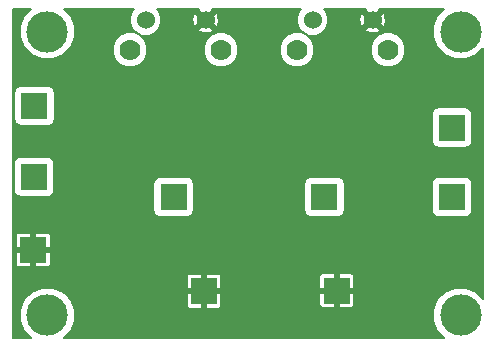
<source format=gbl>
G04 #@! TF.FileFunction,Copper,L2,Bot,Signal*
%FSLAX46Y46*%
G04 Gerber Fmt 4.6, Leading zero omitted, Abs format (unit mm)*
G04 Created by KiCad (PCBNEW 4.0.1-stable) date 8/1/2017 2:14:50 AM*
%MOMM*%
G01*
G04 APERTURE LIST*
%ADD10C,0.100000*%
%ADD11C,3.500000*%
%ADD12C,1.524000*%
%ADD13C,1.778000*%
%ADD14R,2.235200X2.235200*%
%ADD15C,0.508000*%
%ADD16C,0.254000*%
%ADD17C,0.152400*%
G04 APERTURE END LIST*
D10*
D11*
X120000000Y-71000000D03*
X120000000Y-95000000D03*
X155000000Y-71000000D03*
X155000000Y-95000000D03*
D12*
X133400800Y-70000000D03*
X128320800Y-70000000D03*
D13*
X134710800Y-72540000D03*
X127010800Y-72540000D03*
D12*
X147540000Y-70000000D03*
X142460000Y-70000000D03*
D13*
X148850000Y-72540000D03*
X141150000Y-72540000D03*
D14*
X130700000Y-85000000D03*
X143470000Y-85000000D03*
X154280000Y-85000000D03*
X154280000Y-79130000D03*
X118920000Y-77280000D03*
X118890000Y-83290000D03*
X118810000Y-89490000D03*
X133270000Y-92980000D03*
X144510000Y-92930000D03*
D15*
X133290000Y-76980000D03*
X136190000Y-77000000D03*
X148880000Y-77190000D03*
X145700000Y-76980000D03*
D16*
X136180000Y-77010000D02*
X136180000Y-77030000D01*
X136190000Y-77000000D02*
X136180000Y-77010000D01*
D17*
G36*
X118022315Y-69676055D02*
X117666206Y-70533662D01*
X117665395Y-71462264D01*
X118020007Y-72320491D01*
X118676055Y-72977685D01*
X119533662Y-73333794D01*
X120462264Y-73334605D01*
X121320491Y-72979993D01*
X121468990Y-72831752D01*
X125537345Y-72831752D01*
X125761153Y-73373411D01*
X126175209Y-73788190D01*
X126716477Y-74012944D01*
X127302552Y-74013455D01*
X127844211Y-73789647D01*
X128258990Y-73375591D01*
X128483744Y-72834323D01*
X128483746Y-72831752D01*
X133237345Y-72831752D01*
X133461153Y-73373411D01*
X133875209Y-73788190D01*
X134416477Y-74012944D01*
X135002552Y-74013455D01*
X135544211Y-73789647D01*
X135958990Y-73375591D01*
X136183744Y-72834323D01*
X136183746Y-72831752D01*
X139676545Y-72831752D01*
X139900353Y-73373411D01*
X140314409Y-73788190D01*
X140855677Y-74012944D01*
X141441752Y-74013455D01*
X141983411Y-73789647D01*
X142398190Y-73375591D01*
X142622944Y-72834323D01*
X142622946Y-72831752D01*
X147376545Y-72831752D01*
X147600353Y-73373411D01*
X148014409Y-73788190D01*
X148555677Y-74012944D01*
X149141752Y-74013455D01*
X149683411Y-73789647D01*
X150098190Y-73375591D01*
X150322944Y-72834323D01*
X150323455Y-72248248D01*
X150099647Y-71706589D01*
X149685591Y-71291810D01*
X149144323Y-71067056D01*
X148558248Y-71066545D01*
X148016589Y-71290353D01*
X147601810Y-71704409D01*
X147377056Y-72245677D01*
X147376545Y-72831752D01*
X142622946Y-72831752D01*
X142623455Y-72248248D01*
X142399647Y-71706589D01*
X141985591Y-71291810D01*
X141444323Y-71067056D01*
X140858248Y-71066545D01*
X140316589Y-71290353D01*
X139901810Y-71704409D01*
X139677056Y-72245677D01*
X139676545Y-72831752D01*
X136183746Y-72831752D01*
X136184255Y-72248248D01*
X135960447Y-71706589D01*
X135546391Y-71291810D01*
X135005123Y-71067056D01*
X134419048Y-71066545D01*
X133877389Y-71290353D01*
X133462610Y-71704409D01*
X133237856Y-72245677D01*
X133237345Y-72831752D01*
X128483746Y-72831752D01*
X128484255Y-72248248D01*
X128260447Y-71706589D01*
X127846391Y-71291810D01*
X127305123Y-71067056D01*
X126719048Y-71066545D01*
X126177389Y-71290353D01*
X125762610Y-71704409D01*
X125537856Y-72245677D01*
X125537345Y-72831752D01*
X121468990Y-72831752D01*
X121977685Y-72323945D01*
X122333794Y-71466338D01*
X122334605Y-70537736D01*
X121979993Y-69679509D01*
X121377736Y-69076200D01*
X127340735Y-69076200D01*
X127180212Y-69236443D01*
X126974834Y-69731049D01*
X126974366Y-70266601D01*
X127178881Y-70761565D01*
X127557243Y-71140588D01*
X128051849Y-71345966D01*
X128587401Y-71346434D01*
X129082365Y-71141919D01*
X129366890Y-70857890D01*
X132794357Y-70857890D01*
X132883068Y-71015088D01*
X133310936Y-71135947D01*
X133752484Y-71083867D01*
X133918532Y-71015088D01*
X134007243Y-70857890D01*
X133400800Y-70251447D01*
X132794357Y-70857890D01*
X129366890Y-70857890D01*
X129461388Y-70763557D01*
X129666766Y-70268951D01*
X129667079Y-69910136D01*
X132264853Y-69910136D01*
X132316933Y-70351684D01*
X132385712Y-70517732D01*
X132542910Y-70606443D01*
X133149353Y-70000000D01*
X133652247Y-70000000D01*
X134258690Y-70606443D01*
X134415888Y-70517732D01*
X134536747Y-70089864D01*
X134484667Y-69648316D01*
X134415888Y-69482268D01*
X134258690Y-69393557D01*
X133652247Y-70000000D01*
X133149353Y-70000000D01*
X132542910Y-69393557D01*
X132385712Y-69482268D01*
X132264853Y-69910136D01*
X129667079Y-69910136D01*
X129667234Y-69733399D01*
X129462719Y-69238435D01*
X129300767Y-69076200D01*
X132831552Y-69076200D01*
X132794357Y-69142110D01*
X133400800Y-69748553D01*
X134007243Y-69142110D01*
X133970048Y-69076200D01*
X141479935Y-69076200D01*
X141319412Y-69236443D01*
X141114034Y-69731049D01*
X141113566Y-70266601D01*
X141318081Y-70761565D01*
X141696443Y-71140588D01*
X142191049Y-71345966D01*
X142726601Y-71346434D01*
X143221565Y-71141919D01*
X143506090Y-70857890D01*
X146933557Y-70857890D01*
X147022268Y-71015088D01*
X147450136Y-71135947D01*
X147891684Y-71083867D01*
X148057732Y-71015088D01*
X148146443Y-70857890D01*
X147540000Y-70251447D01*
X146933557Y-70857890D01*
X143506090Y-70857890D01*
X143600588Y-70763557D01*
X143805966Y-70268951D01*
X143806279Y-69910136D01*
X146404053Y-69910136D01*
X146456133Y-70351684D01*
X146524912Y-70517732D01*
X146682110Y-70606443D01*
X147288553Y-70000000D01*
X147791447Y-70000000D01*
X148397890Y-70606443D01*
X148555088Y-70517732D01*
X148675947Y-70089864D01*
X148623867Y-69648316D01*
X148555088Y-69482268D01*
X148397890Y-69393557D01*
X147791447Y-70000000D01*
X147288553Y-70000000D01*
X146682110Y-69393557D01*
X146524912Y-69482268D01*
X146404053Y-69910136D01*
X143806279Y-69910136D01*
X143806434Y-69733399D01*
X143601919Y-69238435D01*
X143439967Y-69076200D01*
X146970752Y-69076200D01*
X146933557Y-69142110D01*
X147540000Y-69748553D01*
X148146443Y-69142110D01*
X148109248Y-69076200D01*
X153623218Y-69076200D01*
X153022315Y-69676055D01*
X152666206Y-70533662D01*
X152665395Y-71462264D01*
X153020007Y-72320491D01*
X153676055Y-72977685D01*
X154533662Y-73333794D01*
X155462264Y-73334605D01*
X156320491Y-72979993D01*
X156923800Y-72377736D01*
X156923800Y-93623218D01*
X156323945Y-93022315D01*
X155466338Y-92666206D01*
X154537736Y-92665395D01*
X153679509Y-93020007D01*
X153022315Y-93676055D01*
X152666206Y-94533662D01*
X152665395Y-95462264D01*
X153020007Y-96320491D01*
X153622264Y-96923800D01*
X121376782Y-96923800D01*
X121977685Y-96323945D01*
X122333794Y-95466338D01*
X122334605Y-94537736D01*
X121979993Y-93679509D01*
X121547939Y-93246700D01*
X131796800Y-93246700D01*
X131796800Y-94168333D01*
X131850937Y-94299031D01*
X131950969Y-94399063D01*
X132081667Y-94453200D01*
X133003300Y-94453200D01*
X133092200Y-94364300D01*
X133092200Y-93157800D01*
X133447800Y-93157800D01*
X133447800Y-94364300D01*
X133536700Y-94453200D01*
X134458333Y-94453200D01*
X134589031Y-94399063D01*
X134689063Y-94299031D01*
X134743200Y-94168333D01*
X134743200Y-93246700D01*
X134693200Y-93196700D01*
X143036800Y-93196700D01*
X143036800Y-94118333D01*
X143090937Y-94249031D01*
X143190969Y-94349063D01*
X143321667Y-94403200D01*
X144243300Y-94403200D01*
X144332200Y-94314300D01*
X144332200Y-93107800D01*
X144687800Y-93107800D01*
X144687800Y-94314300D01*
X144776700Y-94403200D01*
X145698333Y-94403200D01*
X145829031Y-94349063D01*
X145929063Y-94249031D01*
X145983200Y-94118333D01*
X145983200Y-93196700D01*
X145894300Y-93107800D01*
X144687800Y-93107800D01*
X144332200Y-93107800D01*
X143125700Y-93107800D01*
X143036800Y-93196700D01*
X134693200Y-93196700D01*
X134654300Y-93157800D01*
X133447800Y-93157800D01*
X133092200Y-93157800D01*
X131885700Y-93157800D01*
X131796800Y-93246700D01*
X121547939Y-93246700D01*
X121323945Y-93022315D01*
X120466338Y-92666206D01*
X119537736Y-92665395D01*
X118679509Y-93020007D01*
X118022315Y-93676055D01*
X117666206Y-94533662D01*
X117665395Y-95462264D01*
X118020007Y-96320491D01*
X118622264Y-96923800D01*
X117076200Y-96923800D01*
X117076200Y-91791667D01*
X131796800Y-91791667D01*
X131796800Y-92713300D01*
X131885700Y-92802200D01*
X133092200Y-92802200D01*
X133092200Y-91595700D01*
X133447800Y-91595700D01*
X133447800Y-92802200D01*
X134654300Y-92802200D01*
X134743200Y-92713300D01*
X134743200Y-91791667D01*
X134722490Y-91741667D01*
X143036800Y-91741667D01*
X143036800Y-92663300D01*
X143125700Y-92752200D01*
X144332200Y-92752200D01*
X144332200Y-91545700D01*
X144687800Y-91545700D01*
X144687800Y-92752200D01*
X145894300Y-92752200D01*
X145983200Y-92663300D01*
X145983200Y-91741667D01*
X145929063Y-91610969D01*
X145829031Y-91510937D01*
X145698333Y-91456800D01*
X144776700Y-91456800D01*
X144687800Y-91545700D01*
X144332200Y-91545700D01*
X144243300Y-91456800D01*
X143321667Y-91456800D01*
X143190969Y-91510937D01*
X143090937Y-91610969D01*
X143036800Y-91741667D01*
X134722490Y-91741667D01*
X134689063Y-91660969D01*
X134589031Y-91560937D01*
X134458333Y-91506800D01*
X133536700Y-91506800D01*
X133447800Y-91595700D01*
X133092200Y-91595700D01*
X133003300Y-91506800D01*
X132081667Y-91506800D01*
X131950969Y-91560937D01*
X131850937Y-91660969D01*
X131796800Y-91791667D01*
X117076200Y-91791667D01*
X117076200Y-89756700D01*
X117336800Y-89756700D01*
X117336800Y-90678333D01*
X117390937Y-90809031D01*
X117490969Y-90909063D01*
X117621667Y-90963200D01*
X118543300Y-90963200D01*
X118632200Y-90874300D01*
X118632200Y-89667800D01*
X118987800Y-89667800D01*
X118987800Y-90874300D01*
X119076700Y-90963200D01*
X119998333Y-90963200D01*
X120129031Y-90909063D01*
X120229063Y-90809031D01*
X120283200Y-90678333D01*
X120283200Y-89756700D01*
X120194300Y-89667800D01*
X118987800Y-89667800D01*
X118632200Y-89667800D01*
X117425700Y-89667800D01*
X117336800Y-89756700D01*
X117076200Y-89756700D01*
X117076200Y-88301667D01*
X117336800Y-88301667D01*
X117336800Y-89223300D01*
X117425700Y-89312200D01*
X118632200Y-89312200D01*
X118632200Y-88105700D01*
X118987800Y-88105700D01*
X118987800Y-89312200D01*
X120194300Y-89312200D01*
X120283200Y-89223300D01*
X120283200Y-88301667D01*
X120229063Y-88170969D01*
X120129031Y-88070937D01*
X119998333Y-88016800D01*
X119076700Y-88016800D01*
X118987800Y-88105700D01*
X118632200Y-88105700D01*
X118543300Y-88016800D01*
X117621667Y-88016800D01*
X117490969Y-88070937D01*
X117390937Y-88170969D01*
X117336800Y-88301667D01*
X117076200Y-88301667D01*
X117076200Y-82172400D01*
X117176755Y-82172400D01*
X117176755Y-84407600D01*
X117217491Y-84624092D01*
X117345437Y-84822926D01*
X117540661Y-84956317D01*
X117772400Y-85003245D01*
X120007600Y-85003245D01*
X120224092Y-84962509D01*
X120422926Y-84834563D01*
X120556317Y-84639339D01*
X120603245Y-84407600D01*
X120603245Y-83882400D01*
X128986755Y-83882400D01*
X128986755Y-86117600D01*
X129027491Y-86334092D01*
X129155437Y-86532926D01*
X129350661Y-86666317D01*
X129582400Y-86713245D01*
X131817600Y-86713245D01*
X132034092Y-86672509D01*
X132232926Y-86544563D01*
X132366317Y-86349339D01*
X132413245Y-86117600D01*
X132413245Y-83882400D01*
X141756755Y-83882400D01*
X141756755Y-86117600D01*
X141797491Y-86334092D01*
X141925437Y-86532926D01*
X142120661Y-86666317D01*
X142352400Y-86713245D01*
X144587600Y-86713245D01*
X144804092Y-86672509D01*
X145002926Y-86544563D01*
X145136317Y-86349339D01*
X145183245Y-86117600D01*
X145183245Y-83882400D01*
X152566755Y-83882400D01*
X152566755Y-86117600D01*
X152607491Y-86334092D01*
X152735437Y-86532926D01*
X152930661Y-86666317D01*
X153162400Y-86713245D01*
X155397600Y-86713245D01*
X155614092Y-86672509D01*
X155812926Y-86544563D01*
X155946317Y-86349339D01*
X155993245Y-86117600D01*
X155993245Y-83882400D01*
X155952509Y-83665908D01*
X155824563Y-83467074D01*
X155629339Y-83333683D01*
X155397600Y-83286755D01*
X153162400Y-83286755D01*
X152945908Y-83327491D01*
X152747074Y-83455437D01*
X152613683Y-83650661D01*
X152566755Y-83882400D01*
X145183245Y-83882400D01*
X145142509Y-83665908D01*
X145014563Y-83467074D01*
X144819339Y-83333683D01*
X144587600Y-83286755D01*
X142352400Y-83286755D01*
X142135908Y-83327491D01*
X141937074Y-83455437D01*
X141803683Y-83650661D01*
X141756755Y-83882400D01*
X132413245Y-83882400D01*
X132372509Y-83665908D01*
X132244563Y-83467074D01*
X132049339Y-83333683D01*
X131817600Y-83286755D01*
X129582400Y-83286755D01*
X129365908Y-83327491D01*
X129167074Y-83455437D01*
X129033683Y-83650661D01*
X128986755Y-83882400D01*
X120603245Y-83882400D01*
X120603245Y-82172400D01*
X120562509Y-81955908D01*
X120434563Y-81757074D01*
X120239339Y-81623683D01*
X120007600Y-81576755D01*
X117772400Y-81576755D01*
X117555908Y-81617491D01*
X117357074Y-81745437D01*
X117223683Y-81940661D01*
X117176755Y-82172400D01*
X117076200Y-82172400D01*
X117076200Y-76162400D01*
X117206755Y-76162400D01*
X117206755Y-78397600D01*
X117247491Y-78614092D01*
X117375437Y-78812926D01*
X117570661Y-78946317D01*
X117802400Y-78993245D01*
X120037600Y-78993245D01*
X120254092Y-78952509D01*
X120452926Y-78824563D01*
X120586317Y-78629339D01*
X120633245Y-78397600D01*
X120633245Y-78012400D01*
X152566755Y-78012400D01*
X152566755Y-80247600D01*
X152607491Y-80464092D01*
X152735437Y-80662926D01*
X152930661Y-80796317D01*
X153162400Y-80843245D01*
X155397600Y-80843245D01*
X155614092Y-80802509D01*
X155812926Y-80674563D01*
X155946317Y-80479339D01*
X155993245Y-80247600D01*
X155993245Y-78012400D01*
X155952509Y-77795908D01*
X155824563Y-77597074D01*
X155629339Y-77463683D01*
X155397600Y-77416755D01*
X153162400Y-77416755D01*
X152945908Y-77457491D01*
X152747074Y-77585437D01*
X152613683Y-77780661D01*
X152566755Y-78012400D01*
X120633245Y-78012400D01*
X120633245Y-76162400D01*
X120592509Y-75945908D01*
X120464563Y-75747074D01*
X120269339Y-75613683D01*
X120037600Y-75566755D01*
X117802400Y-75566755D01*
X117585908Y-75607491D01*
X117387074Y-75735437D01*
X117253683Y-75930661D01*
X117206755Y-76162400D01*
X117076200Y-76162400D01*
X117076200Y-69076200D01*
X118623218Y-69076200D01*
X118022315Y-69676055D01*
X118022315Y-69676055D01*
G37*
X118022315Y-69676055D02*
X117666206Y-70533662D01*
X117665395Y-71462264D01*
X118020007Y-72320491D01*
X118676055Y-72977685D01*
X119533662Y-73333794D01*
X120462264Y-73334605D01*
X121320491Y-72979993D01*
X121468990Y-72831752D01*
X125537345Y-72831752D01*
X125761153Y-73373411D01*
X126175209Y-73788190D01*
X126716477Y-74012944D01*
X127302552Y-74013455D01*
X127844211Y-73789647D01*
X128258990Y-73375591D01*
X128483744Y-72834323D01*
X128483746Y-72831752D01*
X133237345Y-72831752D01*
X133461153Y-73373411D01*
X133875209Y-73788190D01*
X134416477Y-74012944D01*
X135002552Y-74013455D01*
X135544211Y-73789647D01*
X135958990Y-73375591D01*
X136183744Y-72834323D01*
X136183746Y-72831752D01*
X139676545Y-72831752D01*
X139900353Y-73373411D01*
X140314409Y-73788190D01*
X140855677Y-74012944D01*
X141441752Y-74013455D01*
X141983411Y-73789647D01*
X142398190Y-73375591D01*
X142622944Y-72834323D01*
X142622946Y-72831752D01*
X147376545Y-72831752D01*
X147600353Y-73373411D01*
X148014409Y-73788190D01*
X148555677Y-74012944D01*
X149141752Y-74013455D01*
X149683411Y-73789647D01*
X150098190Y-73375591D01*
X150322944Y-72834323D01*
X150323455Y-72248248D01*
X150099647Y-71706589D01*
X149685591Y-71291810D01*
X149144323Y-71067056D01*
X148558248Y-71066545D01*
X148016589Y-71290353D01*
X147601810Y-71704409D01*
X147377056Y-72245677D01*
X147376545Y-72831752D01*
X142622946Y-72831752D01*
X142623455Y-72248248D01*
X142399647Y-71706589D01*
X141985591Y-71291810D01*
X141444323Y-71067056D01*
X140858248Y-71066545D01*
X140316589Y-71290353D01*
X139901810Y-71704409D01*
X139677056Y-72245677D01*
X139676545Y-72831752D01*
X136183746Y-72831752D01*
X136184255Y-72248248D01*
X135960447Y-71706589D01*
X135546391Y-71291810D01*
X135005123Y-71067056D01*
X134419048Y-71066545D01*
X133877389Y-71290353D01*
X133462610Y-71704409D01*
X133237856Y-72245677D01*
X133237345Y-72831752D01*
X128483746Y-72831752D01*
X128484255Y-72248248D01*
X128260447Y-71706589D01*
X127846391Y-71291810D01*
X127305123Y-71067056D01*
X126719048Y-71066545D01*
X126177389Y-71290353D01*
X125762610Y-71704409D01*
X125537856Y-72245677D01*
X125537345Y-72831752D01*
X121468990Y-72831752D01*
X121977685Y-72323945D01*
X122333794Y-71466338D01*
X122334605Y-70537736D01*
X121979993Y-69679509D01*
X121377736Y-69076200D01*
X127340735Y-69076200D01*
X127180212Y-69236443D01*
X126974834Y-69731049D01*
X126974366Y-70266601D01*
X127178881Y-70761565D01*
X127557243Y-71140588D01*
X128051849Y-71345966D01*
X128587401Y-71346434D01*
X129082365Y-71141919D01*
X129366890Y-70857890D01*
X132794357Y-70857890D01*
X132883068Y-71015088D01*
X133310936Y-71135947D01*
X133752484Y-71083867D01*
X133918532Y-71015088D01*
X134007243Y-70857890D01*
X133400800Y-70251447D01*
X132794357Y-70857890D01*
X129366890Y-70857890D01*
X129461388Y-70763557D01*
X129666766Y-70268951D01*
X129667079Y-69910136D01*
X132264853Y-69910136D01*
X132316933Y-70351684D01*
X132385712Y-70517732D01*
X132542910Y-70606443D01*
X133149353Y-70000000D01*
X133652247Y-70000000D01*
X134258690Y-70606443D01*
X134415888Y-70517732D01*
X134536747Y-70089864D01*
X134484667Y-69648316D01*
X134415888Y-69482268D01*
X134258690Y-69393557D01*
X133652247Y-70000000D01*
X133149353Y-70000000D01*
X132542910Y-69393557D01*
X132385712Y-69482268D01*
X132264853Y-69910136D01*
X129667079Y-69910136D01*
X129667234Y-69733399D01*
X129462719Y-69238435D01*
X129300767Y-69076200D01*
X132831552Y-69076200D01*
X132794357Y-69142110D01*
X133400800Y-69748553D01*
X134007243Y-69142110D01*
X133970048Y-69076200D01*
X141479935Y-69076200D01*
X141319412Y-69236443D01*
X141114034Y-69731049D01*
X141113566Y-70266601D01*
X141318081Y-70761565D01*
X141696443Y-71140588D01*
X142191049Y-71345966D01*
X142726601Y-71346434D01*
X143221565Y-71141919D01*
X143506090Y-70857890D01*
X146933557Y-70857890D01*
X147022268Y-71015088D01*
X147450136Y-71135947D01*
X147891684Y-71083867D01*
X148057732Y-71015088D01*
X148146443Y-70857890D01*
X147540000Y-70251447D01*
X146933557Y-70857890D01*
X143506090Y-70857890D01*
X143600588Y-70763557D01*
X143805966Y-70268951D01*
X143806279Y-69910136D01*
X146404053Y-69910136D01*
X146456133Y-70351684D01*
X146524912Y-70517732D01*
X146682110Y-70606443D01*
X147288553Y-70000000D01*
X147791447Y-70000000D01*
X148397890Y-70606443D01*
X148555088Y-70517732D01*
X148675947Y-70089864D01*
X148623867Y-69648316D01*
X148555088Y-69482268D01*
X148397890Y-69393557D01*
X147791447Y-70000000D01*
X147288553Y-70000000D01*
X146682110Y-69393557D01*
X146524912Y-69482268D01*
X146404053Y-69910136D01*
X143806279Y-69910136D01*
X143806434Y-69733399D01*
X143601919Y-69238435D01*
X143439967Y-69076200D01*
X146970752Y-69076200D01*
X146933557Y-69142110D01*
X147540000Y-69748553D01*
X148146443Y-69142110D01*
X148109248Y-69076200D01*
X153623218Y-69076200D01*
X153022315Y-69676055D01*
X152666206Y-70533662D01*
X152665395Y-71462264D01*
X153020007Y-72320491D01*
X153676055Y-72977685D01*
X154533662Y-73333794D01*
X155462264Y-73334605D01*
X156320491Y-72979993D01*
X156923800Y-72377736D01*
X156923800Y-93623218D01*
X156323945Y-93022315D01*
X155466338Y-92666206D01*
X154537736Y-92665395D01*
X153679509Y-93020007D01*
X153022315Y-93676055D01*
X152666206Y-94533662D01*
X152665395Y-95462264D01*
X153020007Y-96320491D01*
X153622264Y-96923800D01*
X121376782Y-96923800D01*
X121977685Y-96323945D01*
X122333794Y-95466338D01*
X122334605Y-94537736D01*
X121979993Y-93679509D01*
X121547939Y-93246700D01*
X131796800Y-93246700D01*
X131796800Y-94168333D01*
X131850937Y-94299031D01*
X131950969Y-94399063D01*
X132081667Y-94453200D01*
X133003300Y-94453200D01*
X133092200Y-94364300D01*
X133092200Y-93157800D01*
X133447800Y-93157800D01*
X133447800Y-94364300D01*
X133536700Y-94453200D01*
X134458333Y-94453200D01*
X134589031Y-94399063D01*
X134689063Y-94299031D01*
X134743200Y-94168333D01*
X134743200Y-93246700D01*
X134693200Y-93196700D01*
X143036800Y-93196700D01*
X143036800Y-94118333D01*
X143090937Y-94249031D01*
X143190969Y-94349063D01*
X143321667Y-94403200D01*
X144243300Y-94403200D01*
X144332200Y-94314300D01*
X144332200Y-93107800D01*
X144687800Y-93107800D01*
X144687800Y-94314300D01*
X144776700Y-94403200D01*
X145698333Y-94403200D01*
X145829031Y-94349063D01*
X145929063Y-94249031D01*
X145983200Y-94118333D01*
X145983200Y-93196700D01*
X145894300Y-93107800D01*
X144687800Y-93107800D01*
X144332200Y-93107800D01*
X143125700Y-93107800D01*
X143036800Y-93196700D01*
X134693200Y-93196700D01*
X134654300Y-93157800D01*
X133447800Y-93157800D01*
X133092200Y-93157800D01*
X131885700Y-93157800D01*
X131796800Y-93246700D01*
X121547939Y-93246700D01*
X121323945Y-93022315D01*
X120466338Y-92666206D01*
X119537736Y-92665395D01*
X118679509Y-93020007D01*
X118022315Y-93676055D01*
X117666206Y-94533662D01*
X117665395Y-95462264D01*
X118020007Y-96320491D01*
X118622264Y-96923800D01*
X117076200Y-96923800D01*
X117076200Y-91791667D01*
X131796800Y-91791667D01*
X131796800Y-92713300D01*
X131885700Y-92802200D01*
X133092200Y-92802200D01*
X133092200Y-91595700D01*
X133447800Y-91595700D01*
X133447800Y-92802200D01*
X134654300Y-92802200D01*
X134743200Y-92713300D01*
X134743200Y-91791667D01*
X134722490Y-91741667D01*
X143036800Y-91741667D01*
X143036800Y-92663300D01*
X143125700Y-92752200D01*
X144332200Y-92752200D01*
X144332200Y-91545700D01*
X144687800Y-91545700D01*
X144687800Y-92752200D01*
X145894300Y-92752200D01*
X145983200Y-92663300D01*
X145983200Y-91741667D01*
X145929063Y-91610969D01*
X145829031Y-91510937D01*
X145698333Y-91456800D01*
X144776700Y-91456800D01*
X144687800Y-91545700D01*
X144332200Y-91545700D01*
X144243300Y-91456800D01*
X143321667Y-91456800D01*
X143190969Y-91510937D01*
X143090937Y-91610969D01*
X143036800Y-91741667D01*
X134722490Y-91741667D01*
X134689063Y-91660969D01*
X134589031Y-91560937D01*
X134458333Y-91506800D01*
X133536700Y-91506800D01*
X133447800Y-91595700D01*
X133092200Y-91595700D01*
X133003300Y-91506800D01*
X132081667Y-91506800D01*
X131950969Y-91560937D01*
X131850937Y-91660969D01*
X131796800Y-91791667D01*
X117076200Y-91791667D01*
X117076200Y-89756700D01*
X117336800Y-89756700D01*
X117336800Y-90678333D01*
X117390937Y-90809031D01*
X117490969Y-90909063D01*
X117621667Y-90963200D01*
X118543300Y-90963200D01*
X118632200Y-90874300D01*
X118632200Y-89667800D01*
X118987800Y-89667800D01*
X118987800Y-90874300D01*
X119076700Y-90963200D01*
X119998333Y-90963200D01*
X120129031Y-90909063D01*
X120229063Y-90809031D01*
X120283200Y-90678333D01*
X120283200Y-89756700D01*
X120194300Y-89667800D01*
X118987800Y-89667800D01*
X118632200Y-89667800D01*
X117425700Y-89667800D01*
X117336800Y-89756700D01*
X117076200Y-89756700D01*
X117076200Y-88301667D01*
X117336800Y-88301667D01*
X117336800Y-89223300D01*
X117425700Y-89312200D01*
X118632200Y-89312200D01*
X118632200Y-88105700D01*
X118987800Y-88105700D01*
X118987800Y-89312200D01*
X120194300Y-89312200D01*
X120283200Y-89223300D01*
X120283200Y-88301667D01*
X120229063Y-88170969D01*
X120129031Y-88070937D01*
X119998333Y-88016800D01*
X119076700Y-88016800D01*
X118987800Y-88105700D01*
X118632200Y-88105700D01*
X118543300Y-88016800D01*
X117621667Y-88016800D01*
X117490969Y-88070937D01*
X117390937Y-88170969D01*
X117336800Y-88301667D01*
X117076200Y-88301667D01*
X117076200Y-82172400D01*
X117176755Y-82172400D01*
X117176755Y-84407600D01*
X117217491Y-84624092D01*
X117345437Y-84822926D01*
X117540661Y-84956317D01*
X117772400Y-85003245D01*
X120007600Y-85003245D01*
X120224092Y-84962509D01*
X120422926Y-84834563D01*
X120556317Y-84639339D01*
X120603245Y-84407600D01*
X120603245Y-83882400D01*
X128986755Y-83882400D01*
X128986755Y-86117600D01*
X129027491Y-86334092D01*
X129155437Y-86532926D01*
X129350661Y-86666317D01*
X129582400Y-86713245D01*
X131817600Y-86713245D01*
X132034092Y-86672509D01*
X132232926Y-86544563D01*
X132366317Y-86349339D01*
X132413245Y-86117600D01*
X132413245Y-83882400D01*
X141756755Y-83882400D01*
X141756755Y-86117600D01*
X141797491Y-86334092D01*
X141925437Y-86532926D01*
X142120661Y-86666317D01*
X142352400Y-86713245D01*
X144587600Y-86713245D01*
X144804092Y-86672509D01*
X145002926Y-86544563D01*
X145136317Y-86349339D01*
X145183245Y-86117600D01*
X145183245Y-83882400D01*
X152566755Y-83882400D01*
X152566755Y-86117600D01*
X152607491Y-86334092D01*
X152735437Y-86532926D01*
X152930661Y-86666317D01*
X153162400Y-86713245D01*
X155397600Y-86713245D01*
X155614092Y-86672509D01*
X155812926Y-86544563D01*
X155946317Y-86349339D01*
X155993245Y-86117600D01*
X155993245Y-83882400D01*
X155952509Y-83665908D01*
X155824563Y-83467074D01*
X155629339Y-83333683D01*
X155397600Y-83286755D01*
X153162400Y-83286755D01*
X152945908Y-83327491D01*
X152747074Y-83455437D01*
X152613683Y-83650661D01*
X152566755Y-83882400D01*
X145183245Y-83882400D01*
X145142509Y-83665908D01*
X145014563Y-83467074D01*
X144819339Y-83333683D01*
X144587600Y-83286755D01*
X142352400Y-83286755D01*
X142135908Y-83327491D01*
X141937074Y-83455437D01*
X141803683Y-83650661D01*
X141756755Y-83882400D01*
X132413245Y-83882400D01*
X132372509Y-83665908D01*
X132244563Y-83467074D01*
X132049339Y-83333683D01*
X131817600Y-83286755D01*
X129582400Y-83286755D01*
X129365908Y-83327491D01*
X129167074Y-83455437D01*
X129033683Y-83650661D01*
X128986755Y-83882400D01*
X120603245Y-83882400D01*
X120603245Y-82172400D01*
X120562509Y-81955908D01*
X120434563Y-81757074D01*
X120239339Y-81623683D01*
X120007600Y-81576755D01*
X117772400Y-81576755D01*
X117555908Y-81617491D01*
X117357074Y-81745437D01*
X117223683Y-81940661D01*
X117176755Y-82172400D01*
X117076200Y-82172400D01*
X117076200Y-76162400D01*
X117206755Y-76162400D01*
X117206755Y-78397600D01*
X117247491Y-78614092D01*
X117375437Y-78812926D01*
X117570661Y-78946317D01*
X117802400Y-78993245D01*
X120037600Y-78993245D01*
X120254092Y-78952509D01*
X120452926Y-78824563D01*
X120586317Y-78629339D01*
X120633245Y-78397600D01*
X120633245Y-78012400D01*
X152566755Y-78012400D01*
X152566755Y-80247600D01*
X152607491Y-80464092D01*
X152735437Y-80662926D01*
X152930661Y-80796317D01*
X153162400Y-80843245D01*
X155397600Y-80843245D01*
X155614092Y-80802509D01*
X155812926Y-80674563D01*
X155946317Y-80479339D01*
X155993245Y-80247600D01*
X155993245Y-78012400D01*
X155952509Y-77795908D01*
X155824563Y-77597074D01*
X155629339Y-77463683D01*
X155397600Y-77416755D01*
X153162400Y-77416755D01*
X152945908Y-77457491D01*
X152747074Y-77585437D01*
X152613683Y-77780661D01*
X152566755Y-78012400D01*
X120633245Y-78012400D01*
X120633245Y-76162400D01*
X120592509Y-75945908D01*
X120464563Y-75747074D01*
X120269339Y-75613683D01*
X120037600Y-75566755D01*
X117802400Y-75566755D01*
X117585908Y-75607491D01*
X117387074Y-75735437D01*
X117253683Y-75930661D01*
X117206755Y-76162400D01*
X117076200Y-76162400D01*
X117076200Y-69076200D01*
X118623218Y-69076200D01*
X118022315Y-69676055D01*
M02*

</source>
